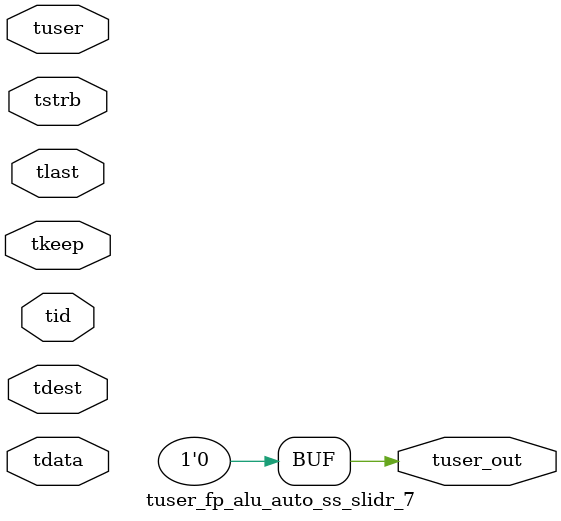
<source format=v>


`timescale 1ps/1ps

module tuser_fp_alu_auto_ss_slidr_7 #
(
parameter C_S_AXIS_TUSER_WIDTH = 1,
parameter C_S_AXIS_TDATA_WIDTH = 32,
parameter C_S_AXIS_TID_WIDTH   = 0,
parameter C_S_AXIS_TDEST_WIDTH = 0,
parameter C_M_AXIS_TUSER_WIDTH = 1
)
(
input  [(C_S_AXIS_TUSER_WIDTH == 0 ? 1 : C_S_AXIS_TUSER_WIDTH)-1:0     ] tuser,
input  [(C_S_AXIS_TDATA_WIDTH == 0 ? 1 : C_S_AXIS_TDATA_WIDTH)-1:0     ] tdata,
input  [(C_S_AXIS_TID_WIDTH   == 0 ? 1 : C_S_AXIS_TID_WIDTH)-1:0       ] tid,
input  [(C_S_AXIS_TDEST_WIDTH == 0 ? 1 : C_S_AXIS_TDEST_WIDTH)-1:0     ] tdest,
input  [(C_S_AXIS_TDATA_WIDTH/8)-1:0 ] tkeep,
input  [(C_S_AXIS_TDATA_WIDTH/8)-1:0 ] tstrb,
input                                                                    tlast,
output [C_M_AXIS_TUSER_WIDTH-1:0] tuser_out
);

assign tuser_out = {1'b0};

endmodule


</source>
